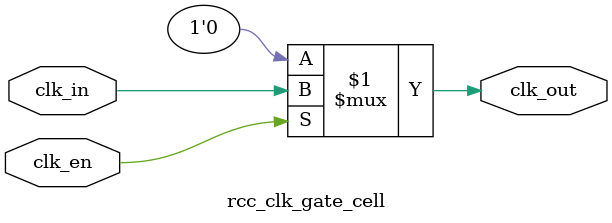
<source format=v>
module rcc_clk_gate_cell(
    input wire clk_in,
    input wire clk_en,
    output wire clk_out
);
    assign clk_out = clk_en ? clk_in : 1'b0;

endmodule //rcc_clk_gate_cell

</source>
